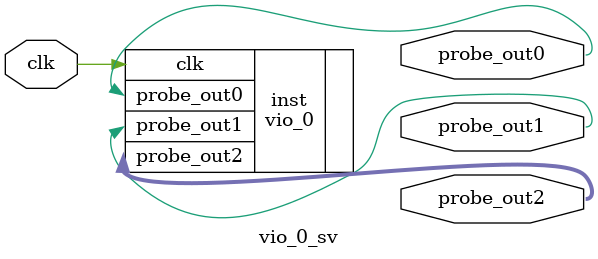
<source format=sv>


`timescale 1ps / 1ps

`include "vivado_interfaces.svh"

module vio_0_sv (
  (* X_INTERFACE_IGNORE = "true" *)
  input wire clk,
  (* X_INTERFACE_IGNORE = "true" *)
  output wire [0:0] probe_out0,
  (* X_INTERFACE_IGNORE = "true" *)
  output wire [0:0] probe_out1,
  (* X_INTERFACE_IGNORE = "true" *)
  output wire [7:0] probe_out2
);

  vio_0 inst (
    .clk(clk),
    .probe_out0(probe_out0),
    .probe_out1(probe_out1),
    .probe_out2(probe_out2)
  );

endmodule

</source>
